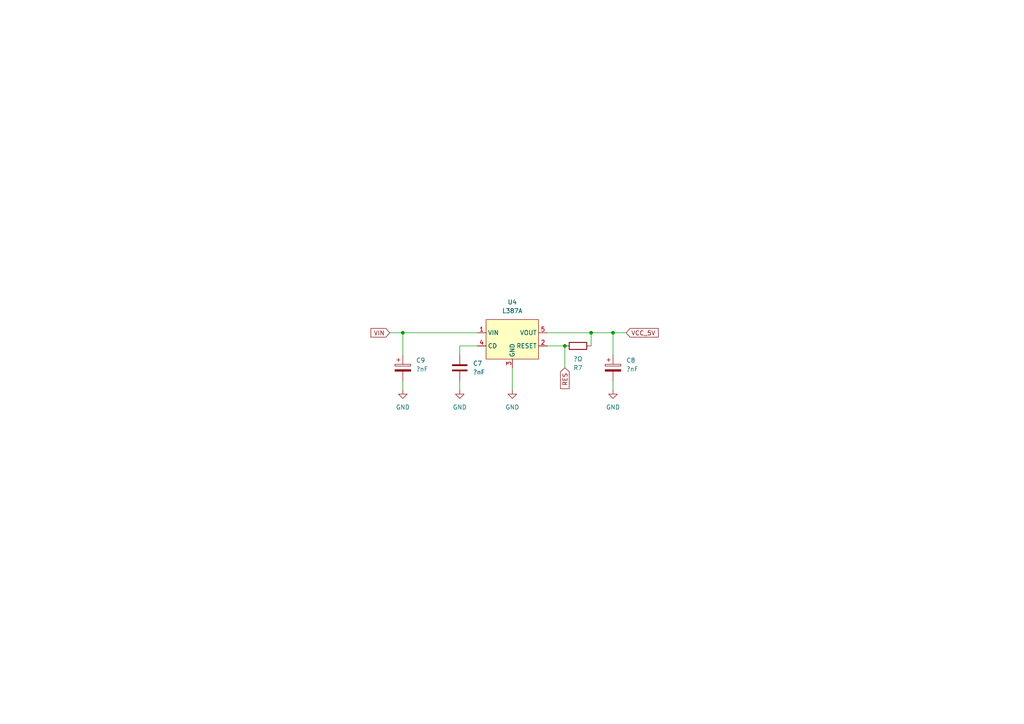
<source format=kicad_sch>
(kicad_sch (version 20211123) (generator eeschema)
  (paper "A4")
  (lib_symbols
    (symbol "Device:C" (pin_numbers hide) (pin_names (offset 0.254))
      (property "Reference" "C" (at 0.635 2.54 0))
      (property "Value" "C" (at 0.635 -2.54 0))
      (symbol "C_0_1"
        (polyline (pts (xy -2.032 -0.762) (xy 2.032 -0.762)) (stroke (width 0.508)))
        (polyline (pts (xy -2.032 0.762) (xy 2.032 0.762)) (stroke (width 0.508)))
      )
      (symbol "C_1_1"
        (pin passive line (at 0 3.81 270) (length 2.794) (name "~") (number "1"))
        (pin passive line (at 0 -3.81 90) (length 2.794) (name "~") (number "2"))
      )
    )
    (symbol "Device:C_Polarized" (pin_numbers hide) (pin_names (offset 0.254))
      (property "Reference" "C" (at 0.635 2.54 0))
      (property "Value" "C_Polarized" (at 0.635 -2.54 0))
      (symbol "C_Polarized_0_1"
        (rectangle (start -2.286 0.508) (end 2.286 1.016))
        (polyline (pts (xy -1.778 2.286) (xy -0.762 2.286)))
        (polyline (pts (xy -1.27 2.794) (xy -1.27 1.778)))
        (rectangle (start 2.286 -0.508) (end -2.286 -1.016) (fill (type outline)))
      )
      (symbol "C_Polarized_1_1"
        (pin passive line (at 0 3.81 270) (length 2.794) (name "~") (number "1"))
        (pin passive line (at 0 -3.81 90) (length 2.794) (name "~") (number "2"))
      )
    )
    (symbol "Device:R" (pin_numbers hide) (pin_names (offset 0))
      (property "Reference" "R" (at 2.032 0 90))
      (property "Value" "R" (at 0 0 90))
      (symbol "R_0_1"
        (rectangle (start -1.016 -2.54) (end 1.016 2.54) (stroke (width 0.254)))
      )
      (symbol "R_1_1"
        (pin passive line (at 0 3.81 270) (length 1.27) (name "~") (number "1"))
        (pin passive line (at 0 -3.81 90) (length 1.27) (name "~") (number "2"))
      )
    )
    (symbol "et55:L387A"
      (property "Reference" "U" (at -7.62 6.35 0))
      (property "Value" "L387A" (at 5.08 6.35 0))
      (symbol "L387A_0_1"
        (rectangle (start -7.62 -6.35) (end 7.62 5.08) (fill (type background)))
      )
      (symbol "L387A_1_1"
        (pin power_in line (at -10.16 1.27 0) (length 2.54) (name "VIN") (number "1"))
        (pin output line (at 10.16 -2.54 180) (length 2.54) (name "RESET") (number "2"))
        (pin power_in line (at 0 -8.89 90) (length 2.54) (name "GND") (number "3"))
        (pin input line (at -10.16 -2.54 0) (length 2.54) (name "CD") (number "4"))
        (pin power_in line (at 10.16 1.27 180) (length 2.54) (name "VOUT") (number "5"))
      )
    )
    (symbol "power:GND" (power) (pin_names (offset 0))
      (property "Value" "GND" (at 0 -3.81 0))
      (symbol "GND_0_1"
        (polyline (pts (xy 0 0) (xy 0 -1.27) (xy 1.27 -1.27) (xy 0 -2.54) (xy -1.27 -1.27) (xy 0 -1.27)))
      )
      (symbol "GND_1_1"
        (pin power_in line (at 0 0 270) (length 0) hide (name "GND") (number "1"))
      )
    )
  )
  (junction (at 116.84 96.52))
  (junction (at 177.8 96.52))
  (junction (at 171.45 96.52))
  (junction (at 163.83 100.33))
  (wire (pts (xy 148.59 106.68) (xy 148.59 113.03)))
  (wire (pts (xy 171.45 96.52) (xy 177.8 96.52)))
  (wire (pts (xy 181.61 96.52) (xy 177.8 96.52)))
  (wire (pts (xy 177.8 102.87) (xy 177.8 96.52)))
  (wire (pts (xy 133.35 110.49) (xy 133.35 113.03)))
  (wire (pts (xy 116.84 102.87) (xy 116.84 96.52)))
  (wire (pts (xy 158.75 96.52) (xy 171.45 96.52)))
  (wire (pts (xy 177.8 110.49) (xy 177.8 113.03)))
  (wire (pts (xy 116.84 96.52) (xy 138.43 96.52)))
  (wire (pts (xy 113.03 96.52) (xy 116.84 96.52)))
  (wire (pts (xy 158.75 100.33) (xy 163.83 100.33)))
  (wire (pts (xy 171.45 100.33) (xy 171.45 96.52)))
  (wire (pts (xy 133.35 100.33) (xy 138.43 100.33)))
  (wire (pts (xy 116.84 110.49) (xy 116.84 113.03)))
  (wire (pts (xy 133.35 102.87) (xy 133.35 100.33)))
  (wire (pts (xy 163.83 106.68) (xy 163.83 100.33)))
  (global_label "VCC_5V" (shape input) (at 181.61 96.52 0) (property "Intersheet References" "${INTERSHEET_REFS}" (effects hide)))
  (global_label "RES" (shape input) (at 163.83 106.68 270) (property "Intersheet References" "${INTERSHEET_REFS}" (effects hide)))
  (global_label "VIN" (shape input) (at 113.03 96.52 180) (property "Intersheet References" "${INTERSHEET_REFS}" (effects hide)))
  (symbol (lib_id "power:GND") (at 116.84 113.03 0) (unit 1)
    (property "Reference" "#PWR?" (effects hide))
    (property "Value" "GND" (at 116.84 118.11 0))
  )
  (symbol (lib_id "power:GND") (at 148.59 113.03 0) (unit 1)
    (property "Reference" "#PWR?" (effects hide))
    (property "Value" "GND" (at 148.59 118.11 0))
  )
  (symbol (lib_id "power:GND") (at 177.8 113.03 0) (unit 1)
    (property "Reference" "#PWR?" (effects hide))
    (property "Value" "GND" (at 177.8 118.11 0))
  )
  (symbol (lib_id "power:GND") (at 133.35 113.03 0) (unit 1)
    (property "Reference" "#PWR?" (effects hide))
    (property "Value" "GND" (at 133.35 118.11 0))
  )
  (symbol (lib_id "et55:L387A") (at 148.59 97.79 0) (unit 1)
    (property "Reference" "U4" (at 148.59 87.63 0))
    (property "Value" "L387A" (at 148.59 90.17 0))
  )
  (symbol (lib_id "Device:C") (at 133.35 106.68 180) (unit 1)
    (property "Reference" "C7" (at 137.16 105.4099 0) (effects (justify right)))
    (property "Value" "?nF" (at 137.16 107.9499 0) (effects (justify right)))
    (property "board" "A5E 104 MAA 115" (effects hide))
  )
  (symbol (lib_id "Device:R") (at 167.64 100.33 90) (mirror x) (unit 1)
    (property "Reference" "R7" (at 167.64 106.68 90))
    (property "Value" "?Ω" (at 167.64 104.14 90))
  )
  (symbol (lib_id "Device:C_Polarized") (at 116.84 106.68 0) (unit 1)
    (property "Reference" "C9" (at 120.65 104.5209 0) (effects (justify left)))
    (property "Value" "?nF" (at 120.65 107.0609 0) (effects (justify left)))
  )
  (symbol (lib_id "Device:C_Polarized") (at 177.8 106.68 0) (unit 1)
    (property "Reference" "C8" (at 181.61 104.5209 0) (effects (justify left)))
    (property "Value" "?nF" (at 181.61 107.0609 0) (effects (justify left)))
  )
)
</source>
